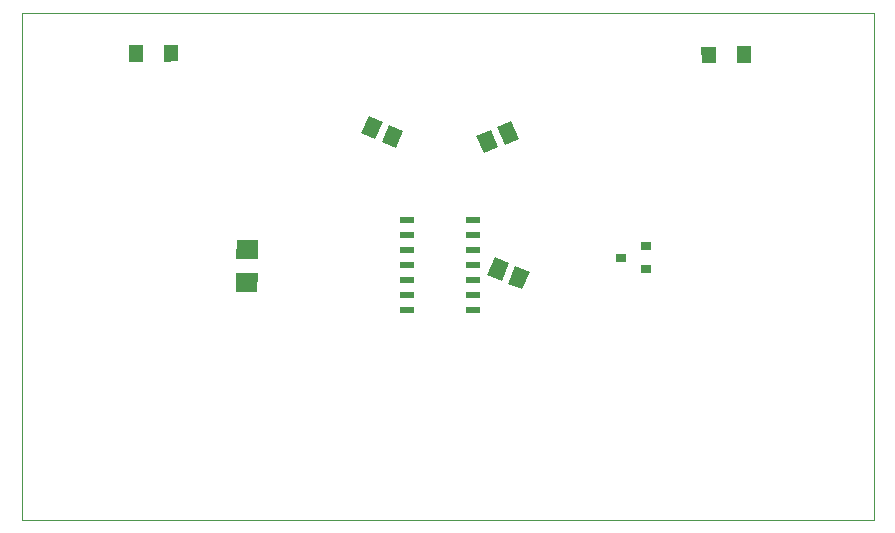
<source format=gtp>
G75*
%MOIN*%
%OFA0B0*%
%FSLAX25Y25*%
%IPPOS*%
%LPD*%
%AMOC8*
5,1,8,0,0,1.08239X$1,22.5*
%
%ADD10C,0.00394*%
%ADD11R,0.06299X0.07087*%
%ADD12R,0.04724X0.05512*%
%ADD13R,0.03543X0.03150*%
%ADD14R,0.05118X0.06299*%
%ADD15R,0.04724X0.02362*%
D10*
X0013386Y0011105D02*
X0297323Y0011105D01*
X0297323Y0179954D01*
X0013386Y0179954D01*
X0013386Y0011105D01*
D11*
G36*
X0084805Y0087015D02*
X0084860Y0093311D01*
X0091945Y0093249D01*
X0091890Y0086953D01*
X0084805Y0087015D01*
G37*
G36*
X0084901Y0098039D02*
X0084956Y0104335D01*
X0092041Y0104273D01*
X0091986Y0097977D01*
X0084901Y0098039D01*
G37*
D12*
G36*
X0060743Y0169329D02*
X0065466Y0169378D01*
X0065523Y0163867D01*
X0060800Y0163818D01*
X0060743Y0169329D01*
G37*
G36*
X0048933Y0169205D02*
X0053656Y0169254D01*
X0053713Y0163743D01*
X0048990Y0163694D01*
X0048933Y0169205D01*
G37*
G36*
X0244658Y0163252D02*
X0239935Y0163186D01*
X0239858Y0168696D01*
X0244581Y0168762D01*
X0244658Y0163252D01*
G37*
G36*
X0256467Y0163417D02*
X0251744Y0163351D01*
X0251667Y0168861D01*
X0256390Y0168927D01*
X0256467Y0163417D01*
G37*
D13*
X0221359Y0102195D03*
X0213091Y0098454D03*
X0221359Y0094714D03*
D14*
G36*
X0180160Y0087869D02*
X0175436Y0089836D01*
X0177856Y0095649D01*
X0182580Y0093682D01*
X0180160Y0087869D01*
G37*
G36*
X0173254Y0090743D02*
X0168530Y0092710D01*
X0170950Y0098523D01*
X0175674Y0096556D01*
X0173254Y0090743D01*
G37*
G36*
X0164907Y0138991D02*
X0169610Y0141007D01*
X0172091Y0135219D01*
X0167388Y0133203D01*
X0164907Y0138991D01*
G37*
G36*
X0171783Y0141937D02*
X0176486Y0143953D01*
X0178967Y0138165D01*
X0174264Y0136149D01*
X0171783Y0141937D01*
G37*
G36*
X0135794Y0142761D02*
X0140493Y0140736D01*
X0138002Y0134953D01*
X0133303Y0136978D01*
X0135794Y0142761D01*
G37*
G36*
X0128924Y0145720D02*
X0133623Y0143695D01*
X0131132Y0137912D01*
X0126433Y0139937D01*
X0128924Y0145720D01*
G37*
D15*
X0141657Y0111131D03*
X0141657Y0106131D03*
X0141657Y0101131D03*
X0141657Y0096131D03*
X0141657Y0091131D03*
X0141657Y0086131D03*
X0141657Y0081131D03*
X0163704Y0081131D03*
X0163704Y0086131D03*
X0163704Y0091131D03*
X0163704Y0096131D03*
X0163704Y0101131D03*
X0163704Y0106131D03*
X0163704Y0111131D03*
M02*

</source>
